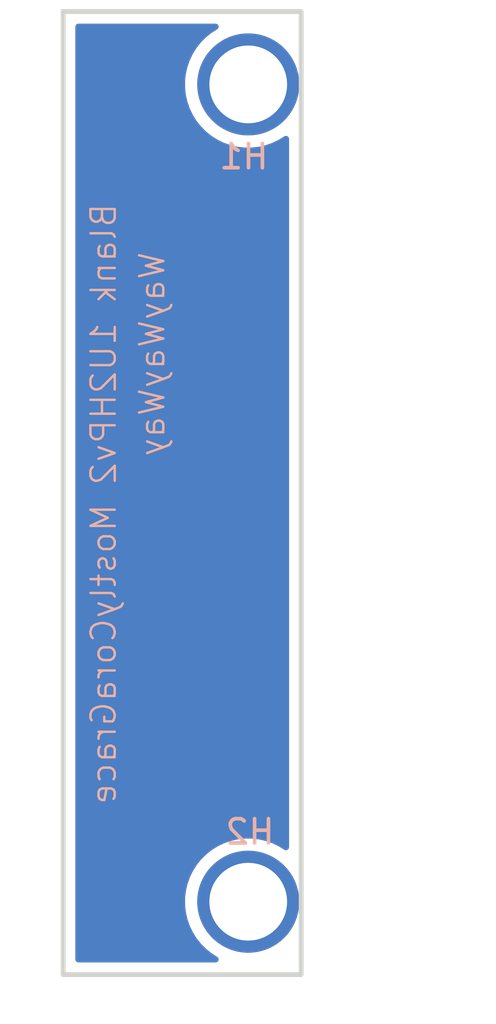
<source format=kicad_pcb>
(kicad_pcb (version 20241229) (generator "pcbnew") (generator_version "9.0")
  (layers (0 "F.Cu" signal) (2 "B.Cu" signal) (13 "F.Paste" user) (15 "B.Paste" user) (5 "F.SilkS" user "F.Silkscreen") (7 "B.SilkS" user "B.Silkscreen") (1 "F.Mask" user) (3 "B.Mask" user) (25 "Edge.Cuts" user))
  (net 0 "")
  (footprint "EXC:MountingHole_3.2mm_M3" (layer "F.Cu") (at 7.62 39.075)
    (property "Reference" "H2" (at 1.17 -2.875 0) (layer "B.SilkS") (effects (justify left mirror)))
    (property "Value" "Eurorack_M3_MountingHole")
    (pad "" thru_hole circle (at 0 0) (size 4.2 4.2) (drill 3.2) (layers "*.Cu" "*.Mask"))
  )
  (footprint "EXC:MountingHole_3.2mm_M3" (layer "F.Cu") (at 7.62 5.425)
    (property "Reference" "H1" (at 0.92 2.975 0) (layer "B.SilkS") (effects (justify left mirror)))
    (property "Value" "Eurorack_M3_MountingHole")
    (pad "" thru_hole circle (at 0 0) (size 4.2 4.2) (drill 3.2) (layers "*.Cu" "*.Mask"))
  )
  (gr_rect (start 0 2.425) (end 9.8 42.075) (stroke (width 0.2)) (fill no) (layer "Edge.Cuts"))
  (gr_text "WayWayWay" (at 4.25 12.25 90) (layer "B.SilkS") (effects (font (size 1 1) (thickness 0.1)) (justify left bottom mirror)))
  (gr_text "Blank 1U2HPv2 MostlyCoraGrace" (at 2.25 10.25 90) (layer "B.SilkS") (effects (font (size 1 1) (thickness 0.1)) (justify left bottom mirror)))
  (zone (net 0) (net_name "") (layers "F.Cu" "B.Cu") (connect_pads (clearance 0.5)) (min_thickness 0.25) (fill yes (thermal_gap 0.5) (thermal_bridge_width 0.5) (island_removal_mode 1) (island_area_min 10))
    (polygon (pts (xy 0 2.5) (xy 9.75 2.5) (xy 9.75 42) (xy 0 42)))
  )
)
</source>
